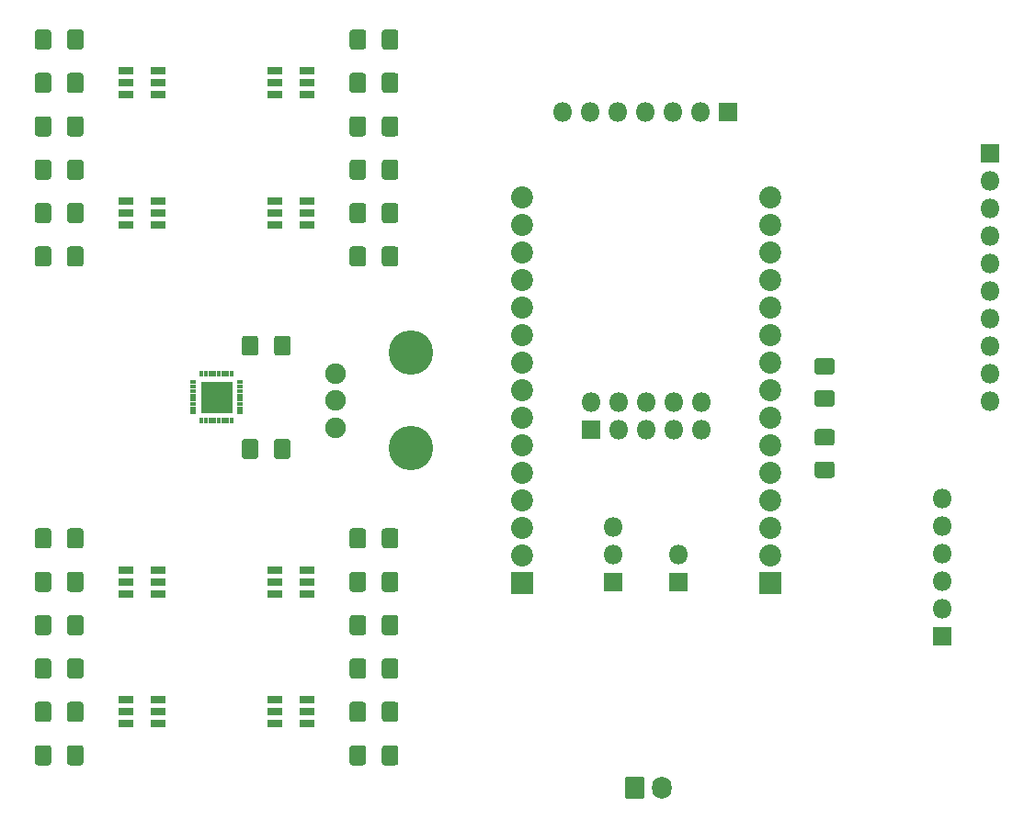
<source format=gbr>
%TF.GenerationSoftware,KiCad,Pcbnew,5.1.6*%
%TF.CreationDate,2020-06-18T23:16:12-07:00*%
%TF.ProjectId,draft,64726166-742e-46b6-9963-61645f706362,rev?*%
%TF.SameCoordinates,Original*%
%TF.FileFunction,Soldermask,Bot*%
%TF.FilePolarity,Negative*%
%FSLAX46Y46*%
G04 Gerber Fmt 4.6, Leading zero omitted, Abs format (unit mm)*
G04 Created by KiCad (PCBNEW 5.1.6) date 2020-06-18 23:16:12*
%MOMM*%
%LPD*%
G01*
G04 APERTURE LIST*
%ADD10R,2.030000X2.030000*%
%ADD11C,2.030000*%
%ADD12O,1.800000X2.100000*%
%ADD13C,4.100000*%
%ADD14C,1.900000*%
%ADD15R,1.400000X0.800000*%
%ADD16R,2.900000X2.900000*%
%ADD17R,0.600000X0.300000*%
%ADD18R,0.300000X0.600000*%
%ADD19R,1.800000X1.800000*%
%ADD20O,1.800000X1.800000*%
G04 APERTURE END LIST*
%TO.C,C2*%
G36*
G01*
X59780000Y-62887456D02*
X59780000Y-61572544D01*
G75*
G02*
X60047544Y-61305000I267544J0D01*
G01*
X61037456Y-61305000D01*
G75*
G02*
X61305000Y-61572544I0J-267544D01*
G01*
X61305000Y-62887456D01*
G75*
G02*
X61037456Y-63155000I-267544J0D01*
G01*
X60047544Y-63155000D01*
G75*
G02*
X59780000Y-62887456I0J267544D01*
G01*
G37*
G36*
G01*
X56805000Y-62887456D02*
X56805000Y-61572544D01*
G75*
G02*
X57072544Y-61305000I267544J0D01*
G01*
X58062456Y-61305000D01*
G75*
G02*
X58330000Y-61572544I0J-267544D01*
G01*
X58330000Y-62887456D01*
G75*
G02*
X58062456Y-63155000I-267544J0D01*
G01*
X57072544Y-63155000D01*
G75*
G02*
X56805000Y-62887456I0J267544D01*
G01*
G37*
%TD*%
%TO.C,C1*%
G36*
G01*
X59780000Y-72412456D02*
X59780000Y-71097544D01*
G75*
G02*
X60047544Y-70830000I267544J0D01*
G01*
X61037456Y-70830000D01*
G75*
G02*
X61305000Y-71097544I0J-267544D01*
G01*
X61305000Y-72412456D01*
G75*
G02*
X61037456Y-72680000I-267544J0D01*
G01*
X60047544Y-72680000D01*
G75*
G02*
X59780000Y-72412456I0J267544D01*
G01*
G37*
G36*
G01*
X56805000Y-72412456D02*
X56805000Y-71097544D01*
G75*
G02*
X57072544Y-70830000I267544J0D01*
G01*
X58062456Y-70830000D01*
G75*
G02*
X58330000Y-71097544I0J-267544D01*
G01*
X58330000Y-72412456D01*
G75*
G02*
X58062456Y-72680000I-267544J0D01*
G01*
X57072544Y-72680000D01*
G75*
G02*
X56805000Y-72412456I0J267544D01*
G01*
G37*
%TD*%
%TO.C,R2*%
G36*
G01*
X109832544Y-66347500D02*
X111147456Y-66347500D01*
G75*
G02*
X111415000Y-66615044I0J-267544D01*
G01*
X111415000Y-67604956D01*
G75*
G02*
X111147456Y-67872500I-267544J0D01*
G01*
X109832544Y-67872500D01*
G75*
G02*
X109565000Y-67604956I0J267544D01*
G01*
X109565000Y-66615044D01*
G75*
G02*
X109832544Y-66347500I267544J0D01*
G01*
G37*
G36*
G01*
X109832544Y-63372500D02*
X111147456Y-63372500D01*
G75*
G02*
X111415000Y-63640044I0J-267544D01*
G01*
X111415000Y-64629956D01*
G75*
G02*
X111147456Y-64897500I-267544J0D01*
G01*
X109832544Y-64897500D01*
G75*
G02*
X109565000Y-64629956I0J267544D01*
G01*
X109565000Y-63640044D01*
G75*
G02*
X109832544Y-63372500I267544J0D01*
G01*
G37*
%TD*%
%TO.C,R1*%
G36*
G01*
X109832544Y-72897500D02*
X111147456Y-72897500D01*
G75*
G02*
X111415000Y-73165044I0J-267544D01*
G01*
X111415000Y-74154956D01*
G75*
G02*
X111147456Y-74422500I-267544J0D01*
G01*
X109832544Y-74422500D01*
G75*
G02*
X109565000Y-74154956I0J267544D01*
G01*
X109565000Y-73165044D01*
G75*
G02*
X109832544Y-72897500I267544J0D01*
G01*
G37*
G36*
G01*
X109832544Y-69922500D02*
X111147456Y-69922500D01*
G75*
G02*
X111415000Y-70190044I0J-267544D01*
G01*
X111415000Y-71179956D01*
G75*
G02*
X111147456Y-71447500I-267544J0D01*
G01*
X109832544Y-71447500D01*
G75*
G02*
X109565000Y-71179956I0J267544D01*
G01*
X109565000Y-70190044D01*
G75*
G02*
X109832544Y-69922500I267544J0D01*
G01*
G37*
%TD*%
D10*
%TO.C,U1*%
X105450001Y-84095001D03*
D11*
X105450001Y-81555001D03*
X105450001Y-79015001D03*
X105450001Y-76475001D03*
X105450001Y-73935001D03*
X105450001Y-71395001D03*
X105450001Y-68855001D03*
X105450001Y-66315001D03*
X105450001Y-63775001D03*
X105450001Y-61235001D03*
X105450001Y-58695001D03*
X105450001Y-56155001D03*
X105450001Y-53615001D03*
X105450001Y-51075001D03*
X105450001Y-48535001D03*
D10*
X82590001Y-84095001D03*
D11*
X82590001Y-81555001D03*
X82590001Y-79015001D03*
X82590001Y-76475001D03*
X82590001Y-73935001D03*
X82590001Y-71395001D03*
X82590001Y-68855001D03*
X82590001Y-66315001D03*
X82590001Y-63775001D03*
X82590001Y-61235001D03*
X82590001Y-58695001D03*
X82590001Y-56155001D03*
X82590001Y-53615001D03*
X82590001Y-51075001D03*
X82590001Y-48535001D03*
%TD*%
%TO.C,J2*%
G36*
G01*
X92100000Y-103785294D02*
X92100000Y-102214706D01*
G75*
G02*
X92364706Y-101950000I264706J0D01*
G01*
X93635294Y-101950000D01*
G75*
G02*
X93900000Y-102214706I0J-264706D01*
G01*
X93900000Y-103785294D01*
G75*
G02*
X93635294Y-104050000I-264706J0D01*
G01*
X92364706Y-104050000D01*
G75*
G02*
X92100000Y-103785294I0J264706D01*
G01*
G37*
D12*
X95500000Y-103000000D03*
%TD*%
D13*
%TO.C,RV1*%
X72405000Y-62870000D03*
X72405000Y-71670000D03*
D14*
X65405000Y-64770000D03*
X65405000Y-67270000D03*
X65405000Y-69770000D03*
%TD*%
%TO.C,R27*%
G36*
G01*
X69710000Y-54657456D02*
X69710000Y-53342544D01*
G75*
G02*
X69977544Y-53075000I267544J0D01*
G01*
X70967456Y-53075000D01*
G75*
G02*
X71235000Y-53342544I0J-267544D01*
G01*
X71235000Y-54657456D01*
G75*
G02*
X70967456Y-54925000I-267544J0D01*
G01*
X69977544Y-54925000D01*
G75*
G02*
X69710000Y-54657456I0J267544D01*
G01*
G37*
G36*
G01*
X66735000Y-54657456D02*
X66735000Y-53342544D01*
G75*
G02*
X67002544Y-53075000I267544J0D01*
G01*
X67992456Y-53075000D01*
G75*
G02*
X68260000Y-53342544I0J-267544D01*
G01*
X68260000Y-54657456D01*
G75*
G02*
X67992456Y-54925000I-267544J0D01*
G01*
X67002544Y-54925000D01*
G75*
G02*
X66735000Y-54657456I0J267544D01*
G01*
G37*
%TD*%
%TO.C,R26*%
G36*
G01*
X69710000Y-50657456D02*
X69710000Y-49342544D01*
G75*
G02*
X69977544Y-49075000I267544J0D01*
G01*
X70967456Y-49075000D01*
G75*
G02*
X71235000Y-49342544I0J-267544D01*
G01*
X71235000Y-50657456D01*
G75*
G02*
X70967456Y-50925000I-267544J0D01*
G01*
X69977544Y-50925000D01*
G75*
G02*
X69710000Y-50657456I0J267544D01*
G01*
G37*
G36*
G01*
X66735000Y-50657456D02*
X66735000Y-49342544D01*
G75*
G02*
X67002544Y-49075000I267544J0D01*
G01*
X67992456Y-49075000D01*
G75*
G02*
X68260000Y-49342544I0J-267544D01*
G01*
X68260000Y-50657456D01*
G75*
G02*
X67992456Y-50925000I-267544J0D01*
G01*
X67002544Y-50925000D01*
G75*
G02*
X66735000Y-50657456I0J267544D01*
G01*
G37*
%TD*%
%TO.C,R25*%
G36*
G01*
X69710000Y-80657456D02*
X69710000Y-79342544D01*
G75*
G02*
X69977544Y-79075000I267544J0D01*
G01*
X70967456Y-79075000D01*
G75*
G02*
X71235000Y-79342544I0J-267544D01*
G01*
X71235000Y-80657456D01*
G75*
G02*
X70967456Y-80925000I-267544J0D01*
G01*
X69977544Y-80925000D01*
G75*
G02*
X69710000Y-80657456I0J267544D01*
G01*
G37*
G36*
G01*
X66735000Y-80657456D02*
X66735000Y-79342544D01*
G75*
G02*
X67002544Y-79075000I267544J0D01*
G01*
X67992456Y-79075000D01*
G75*
G02*
X68260000Y-79342544I0J-267544D01*
G01*
X68260000Y-80657456D01*
G75*
G02*
X67992456Y-80925000I-267544J0D01*
G01*
X67002544Y-80925000D01*
G75*
G02*
X66735000Y-80657456I0J267544D01*
G01*
G37*
%TD*%
%TO.C,R24*%
G36*
G01*
X69710000Y-46657456D02*
X69710000Y-45342544D01*
G75*
G02*
X69977544Y-45075000I267544J0D01*
G01*
X70967456Y-45075000D01*
G75*
G02*
X71235000Y-45342544I0J-267544D01*
G01*
X71235000Y-46657456D01*
G75*
G02*
X70967456Y-46925000I-267544J0D01*
G01*
X69977544Y-46925000D01*
G75*
G02*
X69710000Y-46657456I0J267544D01*
G01*
G37*
G36*
G01*
X66735000Y-46657456D02*
X66735000Y-45342544D01*
G75*
G02*
X67002544Y-45075000I267544J0D01*
G01*
X67992456Y-45075000D01*
G75*
G02*
X68260000Y-45342544I0J-267544D01*
G01*
X68260000Y-46657456D01*
G75*
G02*
X67992456Y-46925000I-267544J0D01*
G01*
X67002544Y-46925000D01*
G75*
G02*
X66735000Y-46657456I0J267544D01*
G01*
G37*
%TD*%
%TO.C,R23*%
G36*
G01*
X69710000Y-84657456D02*
X69710000Y-83342544D01*
G75*
G02*
X69977544Y-83075000I267544J0D01*
G01*
X70967456Y-83075000D01*
G75*
G02*
X71235000Y-83342544I0J-267544D01*
G01*
X71235000Y-84657456D01*
G75*
G02*
X70967456Y-84925000I-267544J0D01*
G01*
X69977544Y-84925000D01*
G75*
G02*
X69710000Y-84657456I0J267544D01*
G01*
G37*
G36*
G01*
X66735000Y-84657456D02*
X66735000Y-83342544D01*
G75*
G02*
X67002544Y-83075000I267544J0D01*
G01*
X67992456Y-83075000D01*
G75*
G02*
X68260000Y-83342544I0J-267544D01*
G01*
X68260000Y-84657456D01*
G75*
G02*
X67992456Y-84925000I-267544J0D01*
G01*
X67002544Y-84925000D01*
G75*
G02*
X66735000Y-84657456I0J267544D01*
G01*
G37*
%TD*%
%TO.C,R22*%
G36*
G01*
X69710000Y-88657456D02*
X69710000Y-87342544D01*
G75*
G02*
X69977544Y-87075000I267544J0D01*
G01*
X70967456Y-87075000D01*
G75*
G02*
X71235000Y-87342544I0J-267544D01*
G01*
X71235000Y-88657456D01*
G75*
G02*
X70967456Y-88925000I-267544J0D01*
G01*
X69977544Y-88925000D01*
G75*
G02*
X69710000Y-88657456I0J267544D01*
G01*
G37*
G36*
G01*
X66735000Y-88657456D02*
X66735000Y-87342544D01*
G75*
G02*
X67002544Y-87075000I267544J0D01*
G01*
X67992456Y-87075000D01*
G75*
G02*
X68260000Y-87342544I0J-267544D01*
G01*
X68260000Y-88657456D01*
G75*
G02*
X67992456Y-88925000I-267544J0D01*
G01*
X67002544Y-88925000D01*
G75*
G02*
X66735000Y-88657456I0J267544D01*
G01*
G37*
%TD*%
%TO.C,R21*%
G36*
G01*
X69710000Y-42657456D02*
X69710000Y-41342544D01*
G75*
G02*
X69977544Y-41075000I267544J0D01*
G01*
X70967456Y-41075000D01*
G75*
G02*
X71235000Y-41342544I0J-267544D01*
G01*
X71235000Y-42657456D01*
G75*
G02*
X70967456Y-42925000I-267544J0D01*
G01*
X69977544Y-42925000D01*
G75*
G02*
X69710000Y-42657456I0J267544D01*
G01*
G37*
G36*
G01*
X66735000Y-42657456D02*
X66735000Y-41342544D01*
G75*
G02*
X67002544Y-41075000I267544J0D01*
G01*
X67992456Y-41075000D01*
G75*
G02*
X68260000Y-41342544I0J-267544D01*
G01*
X68260000Y-42657456D01*
G75*
G02*
X67992456Y-42925000I-267544J0D01*
G01*
X67002544Y-42925000D01*
G75*
G02*
X66735000Y-42657456I0J267544D01*
G01*
G37*
%TD*%
%TO.C,R20*%
G36*
G01*
X69710000Y-38657456D02*
X69710000Y-37342544D01*
G75*
G02*
X69977544Y-37075000I267544J0D01*
G01*
X70967456Y-37075000D01*
G75*
G02*
X71235000Y-37342544I0J-267544D01*
G01*
X71235000Y-38657456D01*
G75*
G02*
X70967456Y-38925000I-267544J0D01*
G01*
X69977544Y-38925000D01*
G75*
G02*
X69710000Y-38657456I0J267544D01*
G01*
G37*
G36*
G01*
X66735000Y-38657456D02*
X66735000Y-37342544D01*
G75*
G02*
X67002544Y-37075000I267544J0D01*
G01*
X67992456Y-37075000D01*
G75*
G02*
X68260000Y-37342544I0J-267544D01*
G01*
X68260000Y-38657456D01*
G75*
G02*
X67992456Y-38925000I-267544J0D01*
G01*
X67002544Y-38925000D01*
G75*
G02*
X66735000Y-38657456I0J267544D01*
G01*
G37*
%TD*%
%TO.C,R19*%
G36*
G01*
X69710000Y-92657456D02*
X69710000Y-91342544D01*
G75*
G02*
X69977544Y-91075000I267544J0D01*
G01*
X70967456Y-91075000D01*
G75*
G02*
X71235000Y-91342544I0J-267544D01*
G01*
X71235000Y-92657456D01*
G75*
G02*
X70967456Y-92925000I-267544J0D01*
G01*
X69977544Y-92925000D01*
G75*
G02*
X69710000Y-92657456I0J267544D01*
G01*
G37*
G36*
G01*
X66735000Y-92657456D02*
X66735000Y-91342544D01*
G75*
G02*
X67002544Y-91075000I267544J0D01*
G01*
X67992456Y-91075000D01*
G75*
G02*
X68260000Y-91342544I0J-267544D01*
G01*
X68260000Y-92657456D01*
G75*
G02*
X67992456Y-92925000I-267544J0D01*
G01*
X67002544Y-92925000D01*
G75*
G02*
X66735000Y-92657456I0J267544D01*
G01*
G37*
%TD*%
%TO.C,R18*%
G36*
G01*
X69710000Y-34657456D02*
X69710000Y-33342544D01*
G75*
G02*
X69977544Y-33075000I267544J0D01*
G01*
X70967456Y-33075000D01*
G75*
G02*
X71235000Y-33342544I0J-267544D01*
G01*
X71235000Y-34657456D01*
G75*
G02*
X70967456Y-34925000I-267544J0D01*
G01*
X69977544Y-34925000D01*
G75*
G02*
X69710000Y-34657456I0J267544D01*
G01*
G37*
G36*
G01*
X66735000Y-34657456D02*
X66735000Y-33342544D01*
G75*
G02*
X67002544Y-33075000I267544J0D01*
G01*
X67992456Y-33075000D01*
G75*
G02*
X68260000Y-33342544I0J-267544D01*
G01*
X68260000Y-34657456D01*
G75*
G02*
X67992456Y-34925000I-267544J0D01*
G01*
X67002544Y-34925000D01*
G75*
G02*
X66735000Y-34657456I0J267544D01*
G01*
G37*
%TD*%
%TO.C,R17*%
G36*
G01*
X69710000Y-96657456D02*
X69710000Y-95342544D01*
G75*
G02*
X69977544Y-95075000I267544J0D01*
G01*
X70967456Y-95075000D01*
G75*
G02*
X71235000Y-95342544I0J-267544D01*
G01*
X71235000Y-96657456D01*
G75*
G02*
X70967456Y-96925000I-267544J0D01*
G01*
X69977544Y-96925000D01*
G75*
G02*
X69710000Y-96657456I0J267544D01*
G01*
G37*
G36*
G01*
X66735000Y-96657456D02*
X66735000Y-95342544D01*
G75*
G02*
X67002544Y-95075000I267544J0D01*
G01*
X67992456Y-95075000D01*
G75*
G02*
X68260000Y-95342544I0J-267544D01*
G01*
X68260000Y-96657456D01*
G75*
G02*
X67992456Y-96925000I-267544J0D01*
G01*
X67002544Y-96925000D01*
G75*
G02*
X66735000Y-96657456I0J267544D01*
G01*
G37*
%TD*%
%TO.C,R16*%
G36*
G01*
X69710000Y-100657456D02*
X69710000Y-99342544D01*
G75*
G02*
X69977544Y-99075000I267544J0D01*
G01*
X70967456Y-99075000D01*
G75*
G02*
X71235000Y-99342544I0J-267544D01*
G01*
X71235000Y-100657456D01*
G75*
G02*
X70967456Y-100925000I-267544J0D01*
G01*
X69977544Y-100925000D01*
G75*
G02*
X69710000Y-100657456I0J267544D01*
G01*
G37*
G36*
G01*
X66735000Y-100657456D02*
X66735000Y-99342544D01*
G75*
G02*
X67002544Y-99075000I267544J0D01*
G01*
X67992456Y-99075000D01*
G75*
G02*
X68260000Y-99342544I0J-267544D01*
G01*
X68260000Y-100657456D01*
G75*
G02*
X67992456Y-100925000I-267544J0D01*
G01*
X67002544Y-100925000D01*
G75*
G02*
X66735000Y-100657456I0J267544D01*
G01*
G37*
%TD*%
%TO.C,R15*%
G36*
G01*
X39260000Y-45342544D02*
X39260000Y-46657456D01*
G75*
G02*
X38992456Y-46925000I-267544J0D01*
G01*
X38002544Y-46925000D01*
G75*
G02*
X37735000Y-46657456I0J267544D01*
G01*
X37735000Y-45342544D01*
G75*
G02*
X38002544Y-45075000I267544J0D01*
G01*
X38992456Y-45075000D01*
G75*
G02*
X39260000Y-45342544I0J-267544D01*
G01*
G37*
G36*
G01*
X42235000Y-45342544D02*
X42235000Y-46657456D01*
G75*
G02*
X41967456Y-46925000I-267544J0D01*
G01*
X40977544Y-46925000D01*
G75*
G02*
X40710000Y-46657456I0J267544D01*
G01*
X40710000Y-45342544D01*
G75*
G02*
X40977544Y-45075000I267544J0D01*
G01*
X41967456Y-45075000D01*
G75*
G02*
X42235000Y-45342544I0J-267544D01*
G01*
G37*
%TD*%
%TO.C,R14*%
G36*
G01*
X39260000Y-49342544D02*
X39260000Y-50657456D01*
G75*
G02*
X38992456Y-50925000I-267544J0D01*
G01*
X38002544Y-50925000D01*
G75*
G02*
X37735000Y-50657456I0J267544D01*
G01*
X37735000Y-49342544D01*
G75*
G02*
X38002544Y-49075000I267544J0D01*
G01*
X38992456Y-49075000D01*
G75*
G02*
X39260000Y-49342544I0J-267544D01*
G01*
G37*
G36*
G01*
X42235000Y-49342544D02*
X42235000Y-50657456D01*
G75*
G02*
X41967456Y-50925000I-267544J0D01*
G01*
X40977544Y-50925000D01*
G75*
G02*
X40710000Y-50657456I0J267544D01*
G01*
X40710000Y-49342544D01*
G75*
G02*
X40977544Y-49075000I267544J0D01*
G01*
X41967456Y-49075000D01*
G75*
G02*
X42235000Y-49342544I0J-267544D01*
G01*
G37*
%TD*%
%TO.C,R13*%
G36*
G01*
X39260000Y-99342544D02*
X39260000Y-100657456D01*
G75*
G02*
X38992456Y-100925000I-267544J0D01*
G01*
X38002544Y-100925000D01*
G75*
G02*
X37735000Y-100657456I0J267544D01*
G01*
X37735000Y-99342544D01*
G75*
G02*
X38002544Y-99075000I267544J0D01*
G01*
X38992456Y-99075000D01*
G75*
G02*
X39260000Y-99342544I0J-267544D01*
G01*
G37*
G36*
G01*
X42235000Y-99342544D02*
X42235000Y-100657456D01*
G75*
G02*
X41967456Y-100925000I-267544J0D01*
G01*
X40977544Y-100925000D01*
G75*
G02*
X40710000Y-100657456I0J267544D01*
G01*
X40710000Y-99342544D01*
G75*
G02*
X40977544Y-99075000I267544J0D01*
G01*
X41967456Y-99075000D01*
G75*
G02*
X42235000Y-99342544I0J-267544D01*
G01*
G37*
%TD*%
%TO.C,R12*%
G36*
G01*
X39260000Y-53342544D02*
X39260000Y-54657456D01*
G75*
G02*
X38992456Y-54925000I-267544J0D01*
G01*
X38002544Y-54925000D01*
G75*
G02*
X37735000Y-54657456I0J267544D01*
G01*
X37735000Y-53342544D01*
G75*
G02*
X38002544Y-53075000I267544J0D01*
G01*
X38992456Y-53075000D01*
G75*
G02*
X39260000Y-53342544I0J-267544D01*
G01*
G37*
G36*
G01*
X42235000Y-53342544D02*
X42235000Y-54657456D01*
G75*
G02*
X41967456Y-54925000I-267544J0D01*
G01*
X40977544Y-54925000D01*
G75*
G02*
X40710000Y-54657456I0J267544D01*
G01*
X40710000Y-53342544D01*
G75*
G02*
X40977544Y-53075000I267544J0D01*
G01*
X41967456Y-53075000D01*
G75*
G02*
X42235000Y-53342544I0J-267544D01*
G01*
G37*
%TD*%
%TO.C,R11*%
G36*
G01*
X39260000Y-95342544D02*
X39260000Y-96657456D01*
G75*
G02*
X38992456Y-96925000I-267544J0D01*
G01*
X38002544Y-96925000D01*
G75*
G02*
X37735000Y-96657456I0J267544D01*
G01*
X37735000Y-95342544D01*
G75*
G02*
X38002544Y-95075000I267544J0D01*
G01*
X38992456Y-95075000D01*
G75*
G02*
X39260000Y-95342544I0J-267544D01*
G01*
G37*
G36*
G01*
X42235000Y-95342544D02*
X42235000Y-96657456D01*
G75*
G02*
X41967456Y-96925000I-267544J0D01*
G01*
X40977544Y-96925000D01*
G75*
G02*
X40710000Y-96657456I0J267544D01*
G01*
X40710000Y-95342544D01*
G75*
G02*
X40977544Y-95075000I267544J0D01*
G01*
X41967456Y-95075000D01*
G75*
G02*
X42235000Y-95342544I0J-267544D01*
G01*
G37*
%TD*%
%TO.C,R10*%
G36*
G01*
X39260000Y-91342544D02*
X39260000Y-92657456D01*
G75*
G02*
X38992456Y-92925000I-267544J0D01*
G01*
X38002544Y-92925000D01*
G75*
G02*
X37735000Y-92657456I0J267544D01*
G01*
X37735000Y-91342544D01*
G75*
G02*
X38002544Y-91075000I267544J0D01*
G01*
X38992456Y-91075000D01*
G75*
G02*
X39260000Y-91342544I0J-267544D01*
G01*
G37*
G36*
G01*
X42235000Y-91342544D02*
X42235000Y-92657456D01*
G75*
G02*
X41967456Y-92925000I-267544J0D01*
G01*
X40977544Y-92925000D01*
G75*
G02*
X40710000Y-92657456I0J267544D01*
G01*
X40710000Y-91342544D01*
G75*
G02*
X40977544Y-91075000I267544J0D01*
G01*
X41967456Y-91075000D01*
G75*
G02*
X42235000Y-91342544I0J-267544D01*
G01*
G37*
%TD*%
%TO.C,R9*%
G36*
G01*
X39260000Y-33342544D02*
X39260000Y-34657456D01*
G75*
G02*
X38992456Y-34925000I-267544J0D01*
G01*
X38002544Y-34925000D01*
G75*
G02*
X37735000Y-34657456I0J267544D01*
G01*
X37735000Y-33342544D01*
G75*
G02*
X38002544Y-33075000I267544J0D01*
G01*
X38992456Y-33075000D01*
G75*
G02*
X39260000Y-33342544I0J-267544D01*
G01*
G37*
G36*
G01*
X42235000Y-33342544D02*
X42235000Y-34657456D01*
G75*
G02*
X41967456Y-34925000I-267544J0D01*
G01*
X40977544Y-34925000D01*
G75*
G02*
X40710000Y-34657456I0J267544D01*
G01*
X40710000Y-33342544D01*
G75*
G02*
X40977544Y-33075000I267544J0D01*
G01*
X41967456Y-33075000D01*
G75*
G02*
X42235000Y-33342544I0J-267544D01*
G01*
G37*
%TD*%
%TO.C,R8*%
G36*
G01*
X39260000Y-37342544D02*
X39260000Y-38657456D01*
G75*
G02*
X38992456Y-38925000I-267544J0D01*
G01*
X38002544Y-38925000D01*
G75*
G02*
X37735000Y-38657456I0J267544D01*
G01*
X37735000Y-37342544D01*
G75*
G02*
X38002544Y-37075000I267544J0D01*
G01*
X38992456Y-37075000D01*
G75*
G02*
X39260000Y-37342544I0J-267544D01*
G01*
G37*
G36*
G01*
X42235000Y-37342544D02*
X42235000Y-38657456D01*
G75*
G02*
X41967456Y-38925000I-267544J0D01*
G01*
X40977544Y-38925000D01*
G75*
G02*
X40710000Y-38657456I0J267544D01*
G01*
X40710000Y-37342544D01*
G75*
G02*
X40977544Y-37075000I267544J0D01*
G01*
X41967456Y-37075000D01*
G75*
G02*
X42235000Y-37342544I0J-267544D01*
G01*
G37*
%TD*%
%TO.C,R7*%
G36*
G01*
X39260000Y-87342544D02*
X39260000Y-88657456D01*
G75*
G02*
X38992456Y-88925000I-267544J0D01*
G01*
X38002544Y-88925000D01*
G75*
G02*
X37735000Y-88657456I0J267544D01*
G01*
X37735000Y-87342544D01*
G75*
G02*
X38002544Y-87075000I267544J0D01*
G01*
X38992456Y-87075000D01*
G75*
G02*
X39260000Y-87342544I0J-267544D01*
G01*
G37*
G36*
G01*
X42235000Y-87342544D02*
X42235000Y-88657456D01*
G75*
G02*
X41967456Y-88925000I-267544J0D01*
G01*
X40977544Y-88925000D01*
G75*
G02*
X40710000Y-88657456I0J267544D01*
G01*
X40710000Y-87342544D01*
G75*
G02*
X40977544Y-87075000I267544J0D01*
G01*
X41967456Y-87075000D01*
G75*
G02*
X42235000Y-87342544I0J-267544D01*
G01*
G37*
%TD*%
%TO.C,R6*%
G36*
G01*
X39260000Y-41342544D02*
X39260000Y-42657456D01*
G75*
G02*
X38992456Y-42925000I-267544J0D01*
G01*
X38002544Y-42925000D01*
G75*
G02*
X37735000Y-42657456I0J267544D01*
G01*
X37735000Y-41342544D01*
G75*
G02*
X38002544Y-41075000I267544J0D01*
G01*
X38992456Y-41075000D01*
G75*
G02*
X39260000Y-41342544I0J-267544D01*
G01*
G37*
G36*
G01*
X42235000Y-41342544D02*
X42235000Y-42657456D01*
G75*
G02*
X41967456Y-42925000I-267544J0D01*
G01*
X40977544Y-42925000D01*
G75*
G02*
X40710000Y-42657456I0J267544D01*
G01*
X40710000Y-41342544D01*
G75*
G02*
X40977544Y-41075000I267544J0D01*
G01*
X41967456Y-41075000D01*
G75*
G02*
X42235000Y-41342544I0J-267544D01*
G01*
G37*
%TD*%
%TO.C,R5*%
G36*
G01*
X39260000Y-83342544D02*
X39260000Y-84657456D01*
G75*
G02*
X38992456Y-84925000I-267544J0D01*
G01*
X38002544Y-84925000D01*
G75*
G02*
X37735000Y-84657456I0J267544D01*
G01*
X37735000Y-83342544D01*
G75*
G02*
X38002544Y-83075000I267544J0D01*
G01*
X38992456Y-83075000D01*
G75*
G02*
X39260000Y-83342544I0J-267544D01*
G01*
G37*
G36*
G01*
X42235000Y-83342544D02*
X42235000Y-84657456D01*
G75*
G02*
X41967456Y-84925000I-267544J0D01*
G01*
X40977544Y-84925000D01*
G75*
G02*
X40710000Y-84657456I0J267544D01*
G01*
X40710000Y-83342544D01*
G75*
G02*
X40977544Y-83075000I267544J0D01*
G01*
X41967456Y-83075000D01*
G75*
G02*
X42235000Y-83342544I0J-267544D01*
G01*
G37*
%TD*%
%TO.C,R4*%
G36*
G01*
X39260000Y-79342544D02*
X39260000Y-80657456D01*
G75*
G02*
X38992456Y-80925000I-267544J0D01*
G01*
X38002544Y-80925000D01*
G75*
G02*
X37735000Y-80657456I0J267544D01*
G01*
X37735000Y-79342544D01*
G75*
G02*
X38002544Y-79075000I267544J0D01*
G01*
X38992456Y-79075000D01*
G75*
G02*
X39260000Y-79342544I0J-267544D01*
G01*
G37*
G36*
G01*
X42235000Y-79342544D02*
X42235000Y-80657456D01*
G75*
G02*
X41967456Y-80925000I-267544J0D01*
G01*
X40977544Y-80925000D01*
G75*
G02*
X40710000Y-80657456I0J267544D01*
G01*
X40710000Y-79342544D01*
G75*
G02*
X40977544Y-79075000I267544J0D01*
G01*
X41967456Y-79075000D01*
G75*
G02*
X42235000Y-79342544I0J-267544D01*
G01*
G37*
%TD*%
D15*
%TO.C,LED8*%
X59870000Y-82900000D03*
X59870000Y-84000000D03*
X59870000Y-85100000D03*
X62820000Y-82900000D03*
X62820000Y-84000000D03*
X62820000Y-85100000D03*
%TD*%
%TO.C,LED7*%
X59870000Y-48900000D03*
X59870000Y-50000000D03*
X59870000Y-51100000D03*
X62820000Y-48900000D03*
X62820000Y-50000000D03*
X62820000Y-51100000D03*
%TD*%
%TO.C,LED6*%
X59870000Y-94900000D03*
X59870000Y-96000000D03*
X59870000Y-97100000D03*
X62820000Y-94900000D03*
X62820000Y-96000000D03*
X62820000Y-97100000D03*
%TD*%
%TO.C,LED5*%
X59870000Y-36900000D03*
X59870000Y-38000000D03*
X59870000Y-39100000D03*
X62820000Y-36900000D03*
X62820000Y-38000000D03*
X62820000Y-39100000D03*
%TD*%
%TO.C,LED4*%
X49100000Y-97100000D03*
X49100000Y-96000000D03*
X49100000Y-94900000D03*
X46150000Y-97100000D03*
X46150000Y-96000000D03*
X46150000Y-94900000D03*
%TD*%
%TO.C,LED3*%
X49100000Y-51100000D03*
X49100000Y-50000000D03*
X49100000Y-48900000D03*
X46150000Y-51100000D03*
X46150000Y-50000000D03*
X46150000Y-48900000D03*
%TD*%
%TO.C,LED2*%
X49100000Y-85100000D03*
X49100000Y-84000000D03*
X49100000Y-82900000D03*
X46150000Y-85100000D03*
X46150000Y-84000000D03*
X46150000Y-82900000D03*
%TD*%
%TO.C,LED1*%
X49100000Y-39100000D03*
X49100000Y-38000000D03*
X49100000Y-36900000D03*
X46150000Y-39100000D03*
X46150000Y-38000000D03*
X46150000Y-36900000D03*
%TD*%
D16*
%TO.C,IC1*%
X54485000Y-67000000D03*
D17*
X56635000Y-68400000D03*
X56635000Y-68000000D03*
X56635000Y-67600000D03*
X56635000Y-67200000D03*
X56635000Y-66800000D03*
X56635000Y-66400000D03*
X56635000Y-66000000D03*
X56635000Y-65600000D03*
D18*
X55885000Y-64850000D03*
X55485000Y-64850000D03*
X55085000Y-64850000D03*
X54685000Y-64850000D03*
X54285000Y-64850000D03*
X53885000Y-64850000D03*
X53485000Y-64850000D03*
X53085000Y-64850000D03*
D17*
X52335000Y-65600000D03*
X52335000Y-66000000D03*
X52335000Y-66400000D03*
X52335000Y-66800000D03*
X52335000Y-67200000D03*
X52335000Y-67600000D03*
X52335000Y-68000000D03*
X52335000Y-68400000D03*
D18*
X53085000Y-69150000D03*
X53485000Y-69150000D03*
X53885000Y-69150000D03*
X54285000Y-69150000D03*
X54685000Y-69150000D03*
X55085000Y-69150000D03*
X55485000Y-69150000D03*
X55885000Y-69150000D03*
%TD*%
D19*
%TO.C,ADC1*%
X125730000Y-44450000D03*
D20*
X125730000Y-46990000D03*
X125730000Y-49530000D03*
X125730000Y-52070000D03*
X125730000Y-54610000D03*
X125730000Y-57150000D03*
X125730000Y-59690000D03*
X125730000Y-62230000D03*
X125730000Y-64770000D03*
X125730000Y-67310000D03*
%TD*%
D19*
%TO.C,BME1*%
X121285000Y-89000000D03*
D20*
X121285000Y-86460000D03*
X121285000Y-83920000D03*
X121285000Y-81380000D03*
X121285000Y-78840000D03*
X121285000Y-76300000D03*
%TD*%
D19*
%TO.C,J1*%
X89000000Y-70000000D03*
D20*
X89000000Y-67460000D03*
X91540000Y-70000000D03*
X91540000Y-67460000D03*
X94080000Y-70000000D03*
X94080000Y-67460000D03*
X96620000Y-70000000D03*
X96620000Y-67460000D03*
X99160000Y-70000000D03*
X99160000Y-67460000D03*
%TD*%
D19*
%TO.C,LCD_SPI1*%
X101600000Y-40640000D03*
D20*
X99060000Y-40640000D03*
X96520000Y-40640000D03*
X93980000Y-40640000D03*
X91440000Y-40640000D03*
X88900000Y-40640000D03*
X86360000Y-40640000D03*
%TD*%
D19*
%TO.C,MOIST1*%
X91000000Y-84000000D03*
D20*
X91000000Y-81460000D03*
X91000000Y-78920000D03*
%TD*%
D19*
%TO.C,PHOTO1*%
X97000000Y-84000000D03*
D20*
X97000000Y-81460000D03*
%TD*%
M02*

</source>
